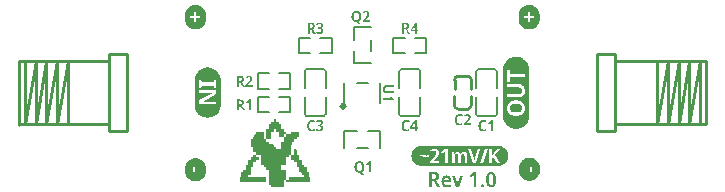
<source format=gto>
G04 Layer: TopSilkscreenLayer*
G04 EasyEDA v6.5.42, 2024-03-17 15:56:58*
G04 633bbcd927b44838993661e05d2ec2ea,9a5be75d700b4a6385dc1106f27949ae,10*
G04 Gerber Generator version 0.2*
G04 Scale: 100 percent, Rotated: No, Reflected: No *
G04 Dimensions in millimeters *
G04 leading zeros omitted , absolute positions ,4 integer and 5 decimal *
%FSLAX45Y45*%
%MOMM*%

%ADD10C,0.1524*%
%ADD11C,0.2540*%
%ADD12C,0.3000*%

%LPD*%
G36*
X586130Y-256032D02*
G01*
X580034Y-256235D01*
X574090Y-256844D01*
X568198Y-257810D01*
X562508Y-259181D01*
X556920Y-260908D01*
X551535Y-262991D01*
X546303Y-265430D01*
X541274Y-268173D01*
X536448Y-271221D01*
X531825Y-274523D01*
X527405Y-278180D01*
X523290Y-282041D01*
X519379Y-286207D01*
X515772Y-290576D01*
X512419Y-295198D01*
X509371Y-300024D01*
X506628Y-305104D01*
X504240Y-310286D01*
X502158Y-315722D01*
X500430Y-321259D01*
X499059Y-326999D01*
X498043Y-332841D01*
X497433Y-338836D01*
X497230Y-344881D01*
X497230Y-368503D01*
X542442Y-368503D01*
X542442Y-351231D01*
X576986Y-351231D01*
X576986Y-319481D01*
X593496Y-319481D01*
X593496Y-351231D01*
X628548Y-351231D01*
X628548Y-368503D01*
X593496Y-368503D01*
X593496Y-400253D01*
X576986Y-400253D01*
X576986Y-368503D01*
X497230Y-368503D01*
X497433Y-381101D01*
X498043Y-387045D01*
X499059Y-392887D01*
X500430Y-398627D01*
X502158Y-404215D01*
X504240Y-409600D01*
X506628Y-414832D01*
X509371Y-419862D01*
X512419Y-424688D01*
X515772Y-429310D01*
X519379Y-433679D01*
X523290Y-437845D01*
X527405Y-441756D01*
X531825Y-445363D01*
X536448Y-448716D01*
X541274Y-451764D01*
X546303Y-454456D01*
X551535Y-456895D01*
X556920Y-458978D01*
X562508Y-460705D01*
X568198Y-462076D01*
X574090Y-463042D01*
X580034Y-463651D01*
X586130Y-463854D01*
X592226Y-463651D01*
X598170Y-463042D01*
X604012Y-462076D01*
X609752Y-460705D01*
X615340Y-458978D01*
X620725Y-456895D01*
X625957Y-454456D01*
X630986Y-451764D01*
X635812Y-448716D01*
X640435Y-445363D01*
X644804Y-441756D01*
X648970Y-437845D01*
X652881Y-433679D01*
X656488Y-429310D01*
X659841Y-424688D01*
X662889Y-419862D01*
X665581Y-414832D01*
X668020Y-409600D01*
X670102Y-404215D01*
X671830Y-398627D01*
X673201Y-392887D01*
X674166Y-387045D01*
X674776Y-381101D01*
X674979Y-375005D01*
X674979Y-344881D01*
X674776Y-338836D01*
X674166Y-332841D01*
X673201Y-326999D01*
X671830Y-321259D01*
X670102Y-315722D01*
X668020Y-310286D01*
X665581Y-305104D01*
X662889Y-300024D01*
X659841Y-295198D01*
X656488Y-290576D01*
X652881Y-286207D01*
X648970Y-282041D01*
X644804Y-278180D01*
X640435Y-274523D01*
X635812Y-271221D01*
X630986Y-268173D01*
X625957Y-265430D01*
X620725Y-262991D01*
X615340Y-260908D01*
X609752Y-259181D01*
X604012Y-257810D01*
X598170Y-256844D01*
X592226Y-256235D01*
G37*
G36*
X3411118Y-256032D02*
G01*
X3405022Y-256235D01*
X3399078Y-256844D01*
X3393186Y-257810D01*
X3387496Y-259181D01*
X3381908Y-260908D01*
X3376523Y-262991D01*
X3371291Y-265430D01*
X3366262Y-268173D01*
X3361436Y-271221D01*
X3356813Y-274523D01*
X3352444Y-278180D01*
X3348278Y-282041D01*
X3344367Y-286207D01*
X3340760Y-290576D01*
X3337407Y-295198D01*
X3334359Y-300024D01*
X3331667Y-305104D01*
X3329228Y-310286D01*
X3327146Y-315722D01*
X3325418Y-321259D01*
X3324047Y-326999D01*
X3323031Y-332841D01*
X3322472Y-338836D01*
X3322218Y-344881D01*
X3322218Y-368503D01*
X3367481Y-368503D01*
X3367481Y-351231D01*
X3401974Y-351231D01*
X3401974Y-319481D01*
X3418535Y-319481D01*
X3418535Y-351231D01*
X3453536Y-351231D01*
X3453536Y-368503D01*
X3418535Y-368503D01*
X3418535Y-400253D01*
X3401974Y-400253D01*
X3401974Y-368503D01*
X3322218Y-368503D01*
X3322218Y-375005D01*
X3322472Y-381101D01*
X3323031Y-387045D01*
X3324047Y-392887D01*
X3325418Y-398627D01*
X3327146Y-404215D01*
X3329228Y-409600D01*
X3331667Y-414832D01*
X3334359Y-419862D01*
X3337407Y-424688D01*
X3340760Y-429310D01*
X3344367Y-433679D01*
X3348278Y-437845D01*
X3352444Y-441756D01*
X3356813Y-445363D01*
X3361436Y-448716D01*
X3366262Y-451764D01*
X3371291Y-454456D01*
X3376523Y-456895D01*
X3381908Y-458978D01*
X3387496Y-460705D01*
X3393186Y-462076D01*
X3399078Y-463042D01*
X3405022Y-463651D01*
X3411118Y-463854D01*
X3417214Y-463651D01*
X3423158Y-463042D01*
X3429050Y-462076D01*
X3434740Y-460705D01*
X3440328Y-458978D01*
X3445713Y-456895D01*
X3450945Y-454456D01*
X3455974Y-451764D01*
X3460800Y-448716D01*
X3465423Y-445363D01*
X3469792Y-441756D01*
X3473958Y-437845D01*
X3477869Y-433679D01*
X3481476Y-429310D01*
X3484829Y-424688D01*
X3487877Y-419862D01*
X3490569Y-414832D01*
X3493008Y-409600D01*
X3495090Y-404215D01*
X3496818Y-398627D01*
X3498189Y-392887D01*
X3499205Y-387045D01*
X3499764Y-381101D01*
X3500018Y-375005D01*
X3500018Y-344881D01*
X3499764Y-338836D01*
X3499205Y-332841D01*
X3498189Y-326999D01*
X3496818Y-321259D01*
X3495090Y-315722D01*
X3493008Y-310286D01*
X3490569Y-305104D01*
X3487877Y-300024D01*
X3484829Y-295198D01*
X3481476Y-290576D01*
X3477869Y-286207D01*
X3473958Y-282041D01*
X3469792Y-278180D01*
X3465423Y-274523D01*
X3460800Y-271221D01*
X3455974Y-268173D01*
X3450945Y-265430D01*
X3445713Y-262991D01*
X3440328Y-260908D01*
X3434740Y-259181D01*
X3429050Y-257810D01*
X3423158Y-256844D01*
X3417214Y-256235D01*
G37*
G36*
X3413506Y-1549501D02*
G01*
X3407410Y-1549704D01*
X3401466Y-1550314D01*
X3395624Y-1551279D01*
X3389884Y-1552651D01*
X3384346Y-1554378D01*
X3378911Y-1556461D01*
X3373678Y-1558899D01*
X3368649Y-1561642D01*
X3363823Y-1564640D01*
X3359200Y-1567992D01*
X3354832Y-1571599D01*
X3350666Y-1575511D01*
X3346805Y-1579676D01*
X3343148Y-1584045D01*
X3339846Y-1588668D01*
X3336798Y-1593494D01*
X3334054Y-1598523D01*
X3331616Y-1603756D01*
X3329533Y-1609191D01*
X3327806Y-1614728D01*
X3326434Y-1620469D01*
X3325570Y-1625701D01*
X3438651Y-1625701D01*
X3438651Y-1669135D01*
X3419856Y-1669135D01*
X3419856Y-1625701D01*
X3325570Y-1625701D01*
X3324860Y-1632254D01*
X3324656Y-1638350D01*
X3324656Y-1656334D01*
X3324860Y-1662430D01*
X3325469Y-1668424D01*
X3326434Y-1674266D01*
X3327806Y-1679956D01*
X3329533Y-1685543D01*
X3331616Y-1690928D01*
X3334054Y-1696161D01*
X3336798Y-1701190D01*
X3339846Y-1706016D01*
X3343148Y-1710639D01*
X3346805Y-1715058D01*
X3350666Y-1719173D01*
X3354832Y-1723085D01*
X3359200Y-1726692D01*
X3363823Y-1730044D01*
X3368649Y-1733092D01*
X3373678Y-1735836D01*
X3378911Y-1738223D01*
X3384346Y-1740306D01*
X3389884Y-1742033D01*
X3395624Y-1743405D01*
X3401466Y-1744421D01*
X3407410Y-1745030D01*
X3413506Y-1745234D01*
X3419601Y-1745030D01*
X3425596Y-1744421D01*
X3431438Y-1743405D01*
X3437128Y-1742033D01*
X3442715Y-1740306D01*
X3448100Y-1738223D01*
X3453333Y-1735836D01*
X3458362Y-1733092D01*
X3463188Y-1730044D01*
X3467811Y-1726692D01*
X3472230Y-1723085D01*
X3476345Y-1719173D01*
X3480257Y-1715058D01*
X3483864Y-1710639D01*
X3487216Y-1706016D01*
X3490264Y-1701190D01*
X3493008Y-1696161D01*
X3495395Y-1690928D01*
X3497478Y-1685543D01*
X3499205Y-1679956D01*
X3500577Y-1674266D01*
X3501593Y-1668424D01*
X3502202Y-1662430D01*
X3502406Y-1656334D01*
X3502406Y-1638350D01*
X3502202Y-1632254D01*
X3501593Y-1626311D01*
X3500577Y-1620469D01*
X3499205Y-1614728D01*
X3497478Y-1609191D01*
X3495395Y-1603756D01*
X3493008Y-1598523D01*
X3490264Y-1593494D01*
X3487216Y-1588668D01*
X3483864Y-1584045D01*
X3480257Y-1579676D01*
X3476345Y-1575511D01*
X3472230Y-1571599D01*
X3467811Y-1567992D01*
X3463188Y-1564640D01*
X3458362Y-1561642D01*
X3453333Y-1558899D01*
X3448100Y-1556461D01*
X3442715Y-1554378D01*
X3437128Y-1552651D01*
X3431438Y-1551279D01*
X3425596Y-1550314D01*
X3419601Y-1549704D01*
G37*
G36*
X586130Y-1554276D02*
G01*
X580034Y-1554480D01*
X574040Y-1555089D01*
X568198Y-1556054D01*
X562508Y-1557426D01*
X556920Y-1559153D01*
X551535Y-1561236D01*
X546303Y-1563674D01*
X541274Y-1566418D01*
X536448Y-1569466D01*
X531825Y-1572768D01*
X527405Y-1576425D01*
X523290Y-1580286D01*
X519379Y-1584452D01*
X515772Y-1588820D01*
X512419Y-1593443D01*
X509371Y-1598269D01*
X506628Y-1603298D01*
X504240Y-1608531D01*
X502158Y-1613966D01*
X500430Y-1619504D01*
X499059Y-1625244D01*
X498166Y-1630375D01*
X579780Y-1630375D01*
X579780Y-1673809D01*
X560984Y-1673809D01*
X560984Y-1630375D01*
X498166Y-1630375D01*
X497433Y-1637080D01*
X497230Y-1643125D01*
X497230Y-1661109D01*
X497433Y-1667205D01*
X498043Y-1673199D01*
X499059Y-1679041D01*
X500430Y-1684731D01*
X502158Y-1690319D01*
X504240Y-1695704D01*
X506628Y-1700936D01*
X509371Y-1705965D01*
X512419Y-1710791D01*
X515772Y-1715414D01*
X519379Y-1719834D01*
X523290Y-1723948D01*
X527405Y-1727860D01*
X531825Y-1731467D01*
X536448Y-1734820D01*
X541274Y-1737868D01*
X546303Y-1740611D01*
X551535Y-1742998D01*
X556920Y-1745081D01*
X562508Y-1746808D01*
X568198Y-1748180D01*
X574040Y-1749196D01*
X580034Y-1749806D01*
X586130Y-1750009D01*
X592226Y-1749806D01*
X598170Y-1749196D01*
X604012Y-1748180D01*
X609752Y-1746808D01*
X615340Y-1745081D01*
X620725Y-1742998D01*
X625957Y-1740611D01*
X630986Y-1737868D01*
X635812Y-1734820D01*
X640435Y-1731467D01*
X644804Y-1727860D01*
X648970Y-1723948D01*
X652881Y-1719834D01*
X656488Y-1715414D01*
X659841Y-1710791D01*
X662889Y-1705965D01*
X665581Y-1700936D01*
X668020Y-1695704D01*
X670102Y-1690319D01*
X671830Y-1684731D01*
X673201Y-1679041D01*
X674166Y-1673199D01*
X674776Y-1667205D01*
X674979Y-1661109D01*
X674979Y-1643125D01*
X674776Y-1637080D01*
X674166Y-1631086D01*
X673201Y-1625244D01*
X671830Y-1619504D01*
X670102Y-1613966D01*
X668020Y-1608531D01*
X665581Y-1603298D01*
X662889Y-1598269D01*
X659841Y-1593443D01*
X656488Y-1588820D01*
X652881Y-1584452D01*
X648970Y-1580286D01*
X644804Y-1576425D01*
X640435Y-1572768D01*
X635812Y-1569466D01*
X630986Y-1566418D01*
X625957Y-1563674D01*
X620725Y-1561236D01*
X615340Y-1559153D01*
X609752Y-1557426D01*
X604012Y-1556054D01*
X598170Y-1555089D01*
X592226Y-1554480D01*
G37*
G36*
X689356Y-785977D02*
G01*
X683666Y-786079D01*
X678027Y-786536D01*
X672490Y-787247D01*
X667054Y-788212D01*
X661720Y-789432D01*
X656437Y-790905D01*
X646277Y-794664D01*
X641400Y-796848D01*
X636625Y-799287D01*
X627481Y-804824D01*
X618998Y-811225D01*
X611124Y-818337D01*
X603961Y-826211D01*
X597611Y-834745D01*
X594715Y-839216D01*
X589635Y-848614D01*
X587400Y-853541D01*
X585419Y-858570D01*
X583692Y-863701D01*
X580948Y-874318D01*
X579983Y-879754D01*
X579272Y-885291D01*
X578866Y-890879D01*
X578714Y-896518D01*
X631545Y-896518D01*
X638149Y-913231D01*
X740257Y-913231D01*
X747115Y-896518D01*
X761847Y-896518D01*
X761847Y-956970D01*
X747115Y-956970D01*
X740257Y-940460D01*
X638149Y-940460D01*
X631545Y-956970D01*
X616813Y-956970D01*
X616813Y-896518D01*
X578713Y-896569D01*
X578713Y-980795D01*
X761847Y-980795D01*
X761847Y-1015136D01*
X648817Y-1076045D01*
X648817Y-1076807D01*
X685749Y-1075334D01*
X761847Y-1075334D01*
X761847Y-1099921D01*
X616813Y-1099921D01*
X616813Y-1065631D01*
X730605Y-1004468D01*
X730605Y-1003655D01*
X703173Y-1005078D01*
X616813Y-1005179D01*
X616813Y-980795D01*
X578713Y-980795D01*
X578713Y-1099972D01*
X578866Y-1105712D01*
X579272Y-1111300D01*
X579983Y-1116838D01*
X580948Y-1122273D01*
X583692Y-1132890D01*
X585419Y-1138021D01*
X587400Y-1143050D01*
X592074Y-1152753D01*
X594715Y-1157376D01*
X600710Y-1166215D01*
X603961Y-1170381D01*
X611124Y-1178255D01*
X618998Y-1185367D01*
X627481Y-1191768D01*
X636625Y-1197305D01*
X641400Y-1199743D01*
X651306Y-1203909D01*
X656437Y-1205687D01*
X661720Y-1207160D01*
X667054Y-1208379D01*
X672490Y-1209344D01*
X678027Y-1210056D01*
X683666Y-1210513D01*
X689356Y-1210665D01*
X695045Y-1210513D01*
X700684Y-1210056D01*
X706221Y-1209344D01*
X711657Y-1208379D01*
X716991Y-1207160D01*
X722274Y-1205687D01*
X732434Y-1201928D01*
X737311Y-1199743D01*
X742086Y-1197305D01*
X751230Y-1191768D01*
X759714Y-1185367D01*
X767588Y-1178255D01*
X774750Y-1170381D01*
X781100Y-1161846D01*
X783996Y-1157376D01*
X789076Y-1147978D01*
X791311Y-1143050D01*
X793292Y-1138021D01*
X795020Y-1132890D01*
X797763Y-1122273D01*
X798728Y-1116838D01*
X799439Y-1111300D01*
X799846Y-1105712D01*
X799998Y-1099972D01*
X799998Y-896569D01*
X799846Y-890879D01*
X799439Y-885291D01*
X798728Y-879754D01*
X797763Y-874318D01*
X795020Y-863701D01*
X793292Y-858570D01*
X791311Y-853541D01*
X786638Y-843838D01*
X783996Y-839216D01*
X778002Y-830376D01*
X774750Y-826211D01*
X767588Y-818337D01*
X759714Y-811225D01*
X751230Y-804824D01*
X742086Y-799287D01*
X737311Y-796848D01*
X727405Y-792683D01*
X722274Y-790905D01*
X716991Y-789432D01*
X711657Y-788212D01*
X706221Y-787247D01*
X700684Y-786536D01*
X695045Y-786079D01*
G37*
G36*
X3300018Y-694588D02*
G01*
X3294329Y-694740D01*
X3288690Y-695147D01*
X3283153Y-695858D01*
X3277717Y-696823D01*
X3267100Y-699566D01*
X3261969Y-701294D01*
X3256940Y-703275D01*
X3247237Y-707948D01*
X3242614Y-710590D01*
X3233775Y-716584D01*
X3229610Y-719836D01*
X3221786Y-726998D01*
X3218078Y-730859D01*
X3211322Y-739038D01*
X3205378Y-747877D01*
X3202686Y-752500D01*
X3200247Y-757275D01*
X3196082Y-767181D01*
X3192830Y-777595D01*
X3191611Y-782929D01*
X3190646Y-788365D01*
X3189935Y-793902D01*
X3189478Y-799541D01*
X3189376Y-805230D01*
X3249371Y-805230D01*
X3249371Y-842822D01*
X3372561Y-842822D01*
X3372561Y-870254D01*
X3249371Y-870254D01*
X3249371Y-908100D01*
X3227527Y-908100D01*
X3227527Y-805230D01*
X3189376Y-805230D01*
X3189376Y-927404D01*
X3321253Y-927404D01*
X3328670Y-927811D01*
X3335629Y-928928D01*
X3342233Y-930808D01*
X3348431Y-933500D01*
X3354171Y-937056D01*
X3359251Y-941374D01*
X3363722Y-946454D01*
X3367481Y-952296D01*
X3370579Y-958900D01*
X3372815Y-966317D01*
X3374136Y-974547D01*
X3374593Y-983538D01*
X3374339Y-990092D01*
X3373628Y-996187D01*
X3372510Y-1001928D01*
X3370884Y-1007211D01*
X3368801Y-1012139D01*
X3366262Y-1016660D01*
X3363315Y-1020724D01*
X3359861Y-1024432D01*
X3356000Y-1027684D01*
X3351885Y-1030528D01*
X3347465Y-1032967D01*
X3342741Y-1034897D01*
X3337763Y-1036421D01*
X3332479Y-1037539D01*
X3326841Y-1038199D01*
X3320999Y-1038402D01*
X3227527Y-1038402D01*
X3227527Y-1011224D01*
X3318205Y-1011224D01*
X3326485Y-1010767D01*
X3333546Y-1009446D01*
X3339439Y-1007211D01*
X3344113Y-1004112D01*
X3347770Y-999998D01*
X3350361Y-995121D01*
X3351936Y-989330D01*
X3352495Y-982776D01*
X3352241Y-978052D01*
X3351529Y-973836D01*
X3350310Y-970076D01*
X3348685Y-966774D01*
X3346399Y-963930D01*
X3343706Y-961440D01*
X3340557Y-959358D01*
X3337001Y-957630D01*
X3332835Y-956411D01*
X3328365Y-955548D01*
X3323437Y-954989D01*
X3318205Y-954836D01*
X3227527Y-954836D01*
X3227527Y-927404D01*
X3189376Y-927404D01*
X3189376Y-1129842D01*
X3225241Y-1129842D01*
X3225342Y-1124458D01*
X3225800Y-1119276D01*
X3226511Y-1114399D01*
X3227527Y-1109726D01*
X3228797Y-1105306D01*
X3230372Y-1101140D01*
X3232200Y-1097178D01*
X3234385Y-1093520D01*
X3239516Y-1086866D01*
X3245612Y-1081125D01*
X3252622Y-1076350D01*
X3260547Y-1072438D01*
X3264814Y-1070762D01*
X3273907Y-1068120D01*
X3278733Y-1067104D01*
X3288944Y-1065784D01*
X3294329Y-1065428D01*
X3299917Y-1065326D01*
X3308096Y-1065580D01*
X3315919Y-1066342D01*
X3323336Y-1067612D01*
X3330397Y-1069390D01*
X3337001Y-1071524D01*
X3343148Y-1074216D01*
X3348786Y-1077366D01*
X3354019Y-1081074D01*
X3358642Y-1085392D01*
X3362756Y-1090218D01*
X3366262Y-1095552D01*
X3369259Y-1101394D01*
X3371596Y-1107744D01*
X3373221Y-1114602D01*
X3374237Y-1121968D01*
X3374593Y-1129842D01*
X3374237Y-1137920D01*
X3373221Y-1145489D01*
X3371596Y-1152398D01*
X3369259Y-1158798D01*
X3366262Y-1164640D01*
X3362756Y-1169924D01*
X3358642Y-1174648D01*
X3354019Y-1178864D01*
X3348786Y-1182573D01*
X3343148Y-1185773D01*
X3337001Y-1188516D01*
X3330397Y-1190802D01*
X3323234Y-1192580D01*
X3315715Y-1193850D01*
X3307842Y-1194612D01*
X3299663Y-1194866D01*
X3294075Y-1194765D01*
X3283508Y-1193850D01*
X3278479Y-1193088D01*
X3269030Y-1190853D01*
X3264560Y-1189431D01*
X3260293Y-1187754D01*
X3252470Y-1183741D01*
X3245561Y-1178864D01*
X3239516Y-1173073D01*
X3234385Y-1166418D01*
X3232200Y-1162659D01*
X3230372Y-1158697D01*
X3228797Y-1154480D01*
X3227527Y-1150061D01*
X3226511Y-1145336D01*
X3225800Y-1140409D01*
X3225342Y-1135227D01*
X3225241Y-1129842D01*
X3189376Y-1129842D01*
X3189478Y-1200454D01*
X3189935Y-1206093D01*
X3190646Y-1211630D01*
X3191611Y-1217066D01*
X3192830Y-1222400D01*
X3196082Y-1232814D01*
X3200247Y-1242720D01*
X3202686Y-1247495D01*
X3208274Y-1256639D01*
X3211322Y-1260957D01*
X3218078Y-1269136D01*
X3225596Y-1276654D01*
X3229610Y-1280160D01*
X3238144Y-1286510D01*
X3242614Y-1289405D01*
X3252012Y-1294485D01*
X3256940Y-1296720D01*
X3261969Y-1298702D01*
X3267100Y-1300429D01*
X3277717Y-1303172D01*
X3283153Y-1304137D01*
X3288690Y-1304848D01*
X3294329Y-1305255D01*
X3300018Y-1305407D01*
X3305708Y-1305255D01*
X3311296Y-1304848D01*
X3316833Y-1304137D01*
X3322320Y-1303172D01*
X3332886Y-1300429D01*
X3338017Y-1298702D01*
X3343046Y-1296720D01*
X3352749Y-1292047D01*
X3357372Y-1289405D01*
X3366211Y-1283411D01*
X3370376Y-1280160D01*
X3378250Y-1272997D01*
X3385362Y-1265123D01*
X3391763Y-1256639D01*
X3397300Y-1247495D01*
X3399739Y-1242720D01*
X3403904Y-1232814D01*
X3405682Y-1227683D01*
X3407156Y-1222400D01*
X3409391Y-1211630D01*
X3410508Y-1200454D01*
X3410661Y-1194765D01*
X3410661Y-805230D01*
X3410508Y-799541D01*
X3409391Y-788365D01*
X3407156Y-777595D01*
X3405682Y-772312D01*
X3401923Y-762152D01*
X3399739Y-757275D01*
X3397300Y-752500D01*
X3391763Y-743356D01*
X3385362Y-734872D01*
X3378250Y-726998D01*
X3370376Y-719836D01*
X3361842Y-713486D01*
X3357372Y-710590D01*
X3347974Y-705510D01*
X3343046Y-703275D01*
X3338017Y-701294D01*
X3332886Y-699566D01*
X3322320Y-696823D01*
X3316833Y-695858D01*
X3311296Y-695147D01*
X3305708Y-694740D01*
G37*
G36*
X3299917Y-1094282D02*
G01*
X3288233Y-1094790D01*
X3277920Y-1096314D01*
X3273247Y-1097483D01*
X3268929Y-1098854D01*
X3264966Y-1100531D01*
X3261309Y-1102410D01*
X3255060Y-1107287D01*
X3250641Y-1113485D01*
X3247948Y-1121003D01*
X3247085Y-1129842D01*
X3247440Y-1135888D01*
X3248660Y-1141374D01*
X3250641Y-1146302D01*
X3253435Y-1150670D01*
X3256940Y-1154379D01*
X3261106Y-1157528D01*
X3265932Y-1160221D01*
X3271469Y-1162354D01*
X3277717Y-1163929D01*
X3284524Y-1164996D01*
X3291941Y-1165707D01*
X3299917Y-1165910D01*
X3307740Y-1165707D01*
X3315055Y-1164996D01*
X3321862Y-1163929D01*
X3328111Y-1162354D01*
X3333597Y-1160221D01*
X3338423Y-1157528D01*
X3342640Y-1154379D01*
X3346145Y-1150670D01*
X3348888Y-1146302D01*
X3350869Y-1141374D01*
X3352088Y-1135888D01*
X3352495Y-1129842D01*
X3352088Y-1123899D01*
X3350869Y-1118514D01*
X3348888Y-1113739D01*
X3346145Y-1109522D01*
X3342640Y-1105763D01*
X3338423Y-1102563D01*
X3333597Y-1099921D01*
X3328111Y-1097838D01*
X3321862Y-1096264D01*
X3315055Y-1095197D01*
X3307740Y-1094486D01*
G37*
G36*
X2498801Y-1449984D02*
G01*
X2493060Y-1450187D01*
X2487371Y-1450746D01*
X2481834Y-1451711D01*
X2476398Y-1453032D01*
X2471115Y-1454658D01*
X2465984Y-1456639D01*
X2461006Y-1458925D01*
X2456230Y-1461516D01*
X2451658Y-1464411D01*
X2447290Y-1467561D01*
X2443124Y-1471015D01*
X2439162Y-1474724D01*
X2435504Y-1478635D01*
X2432050Y-1482801D01*
X2427500Y-1489405D01*
X2573985Y-1489405D01*
X2578963Y-1485239D01*
X2584145Y-1481531D01*
X2589936Y-1478330D01*
X2596591Y-1475943D01*
X2600198Y-1474927D01*
X2604109Y-1474216D01*
X2608326Y-1473809D01*
X2612847Y-1473657D01*
X2618028Y-1473911D01*
X2622804Y-1474673D01*
X2627274Y-1475943D01*
X2631389Y-1477721D01*
X2635097Y-1479956D01*
X2638348Y-1482547D01*
X2641092Y-1485493D01*
X2643327Y-1488897D01*
X2645206Y-1492605D01*
X2646578Y-1496568D01*
X2647391Y-1500835D01*
X2647546Y-1503629D01*
X2667203Y-1503629D01*
X2701493Y-1475435D01*
X2920949Y-1475435D01*
X2943047Y-1553006D01*
X2946603Y-1567180D01*
X2947619Y-1573479D01*
X2949143Y-1564843D01*
X2953461Y-1547571D01*
X2974035Y-1475435D01*
X2997657Y-1475435D01*
X2959811Y-1593291D01*
X2998927Y-1593291D01*
X3040075Y-1475435D01*
X3096971Y-1475435D01*
X3096971Y-1530807D01*
X3109671Y-1513789D01*
X3137357Y-1475435D01*
X3162249Y-1475435D01*
X3123133Y-1527251D01*
X3162757Y-1593291D01*
X3137357Y-1593291D01*
X3107131Y-1541221D01*
X3096971Y-1549857D01*
X3096971Y-1593291D01*
X3074873Y-1593291D01*
X3074873Y-1475435D01*
X3060141Y-1475435D01*
X3018993Y-1593291D01*
X2935173Y-1593291D01*
X2897327Y-1475435D01*
X2720289Y-1475435D01*
X2720289Y-1593291D01*
X2758643Y-1593291D01*
X2758643Y-1503883D01*
X2775407Y-1503883D01*
X2778455Y-1515567D01*
X2779471Y-1515567D01*
X2782366Y-1511350D01*
X2785821Y-1507947D01*
X2789834Y-1505305D01*
X2791968Y-1504340D01*
X2796641Y-1502968D01*
X2801721Y-1502206D01*
X2804363Y-1502105D01*
X2808884Y-1502308D01*
X2812999Y-1502968D01*
X2816758Y-1504086D01*
X2820111Y-1505661D01*
X2823108Y-1507540D01*
X2825800Y-1509928D01*
X2828086Y-1512722D01*
X2830017Y-1516075D01*
X2831287Y-1516075D01*
X2833522Y-1512620D01*
X2836062Y-1509725D01*
X2838958Y-1507286D01*
X2842209Y-1505407D01*
X2845714Y-1503934D01*
X2849270Y-1502918D01*
X2852928Y-1502308D01*
X2856687Y-1502105D01*
X2863494Y-1502562D01*
X2869387Y-1504035D01*
X2874416Y-1506524D01*
X2878531Y-1509979D01*
X2881782Y-1514398D01*
X2884068Y-1520088D01*
X2885440Y-1526946D01*
X2885897Y-1535125D01*
X2885897Y-1593291D01*
X2864307Y-1593291D01*
X2864307Y-1538935D01*
X2864104Y-1534261D01*
X2863494Y-1530197D01*
X2862478Y-1526794D01*
X2861005Y-1523949D01*
X2859125Y-1521714D01*
X2856788Y-1520139D01*
X2853944Y-1519174D01*
X2850591Y-1518869D01*
X2846222Y-1519275D01*
X2842514Y-1520647D01*
X2839516Y-1522831D01*
X2837129Y-1525981D01*
X2835351Y-1529943D01*
X2834081Y-1534718D01*
X2833319Y-1540357D01*
X2833065Y-1546809D01*
X2833065Y-1593291D01*
X2811475Y-1593291D01*
X2811373Y-1535785D01*
X2811119Y-1532890D01*
X2809951Y-1528013D01*
X2808071Y-1524000D01*
X2806801Y-1522425D01*
X2805379Y-1521155D01*
X2803855Y-1520139D01*
X2802077Y-1519428D01*
X2800045Y-1519021D01*
X2797759Y-1518869D01*
X2794660Y-1519072D01*
X2791866Y-1519732D01*
X2789428Y-1520850D01*
X2787345Y-1522425D01*
X2785618Y-1524406D01*
X2784094Y-1526794D01*
X2782925Y-1529588D01*
X2782011Y-1532839D01*
X2781350Y-1536446D01*
X2780588Y-1544828D01*
X2780487Y-1593291D01*
X2698445Y-1593291D01*
X2698546Y-1510436D01*
X2698953Y-1497533D01*
X2693009Y-1503832D01*
X2678379Y-1516583D01*
X2667203Y-1503629D01*
X2647546Y-1503629D01*
X2647543Y-1509014D01*
X2646527Y-1515719D01*
X2644495Y-1521866D01*
X2643174Y-1524914D01*
X2639771Y-1530807D01*
X2635351Y-1536903D01*
X2624429Y-1549603D01*
X2601925Y-1574241D01*
X2601925Y-1575257D01*
X2650947Y-1575257D01*
X2650947Y-1593291D01*
X2574239Y-1593291D01*
X2574239Y-1578051D01*
X2606192Y-1543151D01*
X2612898Y-1535430D01*
X2618028Y-1528826D01*
X2621838Y-1522730D01*
X2623261Y-1519885D01*
X2624277Y-1516989D01*
X2624988Y-1514043D01*
X2625394Y-1510893D01*
X2625547Y-1507693D01*
X2625293Y-1503883D01*
X2624531Y-1500581D01*
X2623261Y-1497787D01*
X2621483Y-1495501D01*
X2619298Y-1493723D01*
X2616809Y-1492453D01*
X2613964Y-1491691D01*
X2610815Y-1491437D01*
X2607564Y-1491640D01*
X2604414Y-1492199D01*
X2601366Y-1493113D01*
X2598369Y-1494485D01*
X2592425Y-1498142D01*
X2586177Y-1503121D01*
X2573985Y-1489405D01*
X2427500Y-1489405D01*
X2423414Y-1496568D01*
X2421077Y-1501495D01*
X2419146Y-1506626D01*
X2417470Y-1511909D01*
X2416200Y-1517345D01*
X2415235Y-1522882D01*
X2414676Y-1528572D01*
X2414473Y-1534363D01*
X2414676Y-1540103D01*
X2415589Y-1547825D01*
X2486101Y-1547825D01*
X2486101Y-1531315D01*
X2488082Y-1529283D01*
X2490165Y-1527505D01*
X2492400Y-1525981D01*
X2494737Y-1524711D01*
X2497226Y-1523695D01*
X2499817Y-1522984D01*
X2502560Y-1522577D01*
X2507691Y-1522476D01*
X2512263Y-1522984D01*
X2517038Y-1524101D01*
X2522982Y-1526235D01*
X2529179Y-1528927D01*
X2536139Y-1531315D01*
X2540050Y-1531874D01*
X2543505Y-1532077D01*
X2545689Y-1531874D01*
X2547975Y-1531366D01*
X2550261Y-1530502D01*
X2555036Y-1527810D01*
X2559354Y-1524355D01*
X2561285Y-1522425D01*
X2561285Y-1538681D01*
X2559354Y-1540713D01*
X2555036Y-1544015D01*
X2550109Y-1546402D01*
X2547467Y-1547164D01*
X2544775Y-1547672D01*
X2539695Y-1547774D01*
X2535123Y-1547266D01*
X2530398Y-1546148D01*
X2524404Y-1543964D01*
X2518206Y-1541221D01*
X2513380Y-1539443D01*
X2509367Y-1538478D01*
X2505710Y-1537970D01*
X2501696Y-1538071D01*
X2499461Y-1538630D01*
X2497124Y-1539494D01*
X2492400Y-1542186D01*
X2488082Y-1545742D01*
X2486101Y-1547825D01*
X2415589Y-1547825D01*
X2417470Y-1556766D01*
X2419146Y-1562049D01*
X2421077Y-1567180D01*
X2423414Y-1572107D01*
X2426004Y-1576882D01*
X2428900Y-1581505D01*
X2432050Y-1585874D01*
X2435504Y-1590040D01*
X2439162Y-1593951D01*
X2443124Y-1597660D01*
X2447290Y-1601114D01*
X2451658Y-1604264D01*
X2456230Y-1607159D01*
X2461006Y-1609750D01*
X2465984Y-1612036D01*
X2471115Y-1614017D01*
X2476398Y-1615643D01*
X2481834Y-1616964D01*
X2487371Y-1617929D01*
X2493060Y-1618488D01*
X2498801Y-1618691D01*
X3150006Y-1618691D01*
X3155746Y-1618488D01*
X3161436Y-1617929D01*
X3166973Y-1616964D01*
X3172409Y-1615643D01*
X3177692Y-1614017D01*
X3182823Y-1612036D01*
X3187801Y-1609750D01*
X3192576Y-1607159D01*
X3197148Y-1604264D01*
X3201517Y-1601114D01*
X3205683Y-1597660D01*
X3209645Y-1593951D01*
X3213303Y-1590040D01*
X3216757Y-1585874D01*
X3219907Y-1581505D01*
X3222802Y-1576882D01*
X3225393Y-1572107D01*
X3227730Y-1567180D01*
X3229660Y-1562049D01*
X3231337Y-1556766D01*
X3232607Y-1551330D01*
X3233572Y-1545793D01*
X3234131Y-1540103D01*
X3234334Y-1534363D01*
X3234131Y-1528572D01*
X3233572Y-1522882D01*
X3232607Y-1517345D01*
X3231337Y-1511909D01*
X3229660Y-1506626D01*
X3227730Y-1501495D01*
X3225393Y-1496568D01*
X3222802Y-1491792D01*
X3219907Y-1487170D01*
X3216757Y-1482801D01*
X3213303Y-1478635D01*
X3209645Y-1474724D01*
X3205683Y-1471015D01*
X3201517Y-1467561D01*
X3197148Y-1464411D01*
X3192576Y-1461516D01*
X3187801Y-1458925D01*
X3182823Y-1456639D01*
X3177692Y-1454658D01*
X3172409Y-1453032D01*
X3166973Y-1451711D01*
X3161436Y-1450746D01*
X3155746Y-1450187D01*
X3150006Y-1449984D01*
G37*
G36*
X1251204Y-1223822D02*
G01*
X1248816Y-1226210D01*
X1248816Y-1242822D01*
X1246428Y-1245209D01*
X1229766Y-1245209D01*
X1227378Y-1247648D01*
X1227378Y-1264259D01*
X1224991Y-1266647D01*
X1208328Y-1266647D01*
X1205941Y-1269034D01*
X1205941Y-1307134D01*
X1203553Y-1309522D01*
X1186891Y-1309522D01*
X1184503Y-1311910D01*
X1184503Y-1395222D01*
X1165504Y-1395222D01*
X1163066Y-1392834D01*
X1163066Y-1333347D01*
X1160678Y-1330960D01*
X1101191Y-1330960D01*
X1098804Y-1333347D01*
X1098804Y-1350162D01*
X1096568Y-1354074D01*
X1079550Y-1354582D01*
X1079042Y-1371600D01*
X1077366Y-1375867D01*
X1077366Y-1392834D01*
X1074978Y-1395222D01*
X1058316Y-1395222D01*
X1055928Y-1397609D01*
X1055928Y-1414272D01*
X1184503Y-1414272D01*
X1184503Y-1395222D01*
X1224991Y-1395222D01*
X1227378Y-1392834D01*
X1227378Y-1333347D01*
X1229766Y-1330960D01*
X1246428Y-1330960D01*
X1248816Y-1328572D01*
X1248816Y-1311910D01*
X1251204Y-1309522D01*
X1267815Y-1309522D01*
X1270254Y-1311910D01*
X1270254Y-1328572D01*
X1272641Y-1330960D01*
X1289253Y-1330960D01*
X1291640Y-1333347D01*
X1291640Y-1371396D01*
X1294028Y-1373784D01*
X1334516Y-1373784D01*
X1334516Y-1354785D01*
X1336903Y-1352397D01*
X1355953Y-1352397D01*
X1355953Y-1371396D01*
X1353566Y-1373784D01*
X1334516Y-1373784D01*
X1334516Y-1414272D01*
X1332128Y-1416659D01*
X1315466Y-1416659D01*
X1313078Y-1419047D01*
X1313078Y-1478534D01*
X1310690Y-1480921D01*
X1272641Y-1480921D01*
X1270254Y-1478534D01*
X1270254Y-1461922D01*
X1267815Y-1459534D01*
X1251204Y-1459534D01*
X1248816Y-1457147D01*
X1248816Y-1440484D01*
X1246428Y-1438097D01*
X1208328Y-1438097D01*
X1205941Y-1435709D01*
X1205941Y-1419047D01*
X1203553Y-1416659D01*
X1186891Y-1416659D01*
X1184503Y-1414272D01*
X1055928Y-1414272D01*
X1055928Y-1457147D01*
X1058316Y-1459534D01*
X1074978Y-1459534D01*
X1077366Y-1461922D01*
X1077366Y-1499971D01*
X1079754Y-1502359D01*
X1096416Y-1502359D01*
X1098804Y-1504746D01*
X1098804Y-1523796D01*
X1079754Y-1523796D01*
X1077366Y-1526184D01*
X1077366Y-1542846D01*
X1074978Y-1545234D01*
X1058316Y-1545234D01*
X1055928Y-1547622D01*
X1055928Y-1564284D01*
X1053541Y-1566672D01*
X1036929Y-1566672D01*
X1034491Y-1569059D01*
X1034491Y-1607108D01*
X1032103Y-1609496D01*
X1015492Y-1609496D01*
X1013104Y-1611884D01*
X1013104Y-1649984D01*
X1010716Y-1652371D01*
X994054Y-1652371D01*
X991666Y-1654759D01*
X991666Y-1671421D01*
X989279Y-1673809D01*
X972616Y-1673809D01*
X970229Y-1676196D01*
X970229Y-1714246D01*
X967841Y-1716684D01*
X961898Y-1716684D01*
X959510Y-1719072D01*
X959510Y-1757121D01*
X961898Y-1759508D01*
X1182116Y-1759508D01*
X1184503Y-1757121D01*
X1184503Y-1719072D01*
X1182116Y-1716684D01*
X1036929Y-1716684D01*
X1034491Y-1714246D01*
X1034491Y-1697634D01*
X1036929Y-1695246D01*
X1053541Y-1695246D01*
X1055928Y-1692859D01*
X1055928Y-1633321D01*
X1058316Y-1630933D01*
X1074978Y-1630933D01*
X1077366Y-1628546D01*
X1077366Y-1590497D01*
X1079754Y-1588109D01*
X1096416Y-1588109D01*
X1098804Y-1585722D01*
X1098804Y-1569059D01*
X1101191Y-1566672D01*
X1117854Y-1566672D01*
X1120241Y-1564284D01*
X1120241Y-1547622D01*
X1117854Y-1545234D01*
X1101191Y-1545234D01*
X1098804Y-1542846D01*
X1098804Y-1523796D01*
X1139291Y-1523796D01*
X1141679Y-1526184D01*
X1141679Y-1607108D01*
X1144066Y-1609496D01*
X1160678Y-1609496D01*
X1163066Y-1611884D01*
X1163066Y-1628546D01*
X1165504Y-1630933D01*
X1182116Y-1630933D01*
X1184503Y-1633321D01*
X1184503Y-1649984D01*
X1313078Y-1649984D01*
X1313078Y-1611884D01*
X1315466Y-1609496D01*
X1353566Y-1609496D01*
X1355953Y-1607108D01*
X1355953Y-1547622D01*
X1358341Y-1545234D01*
X1375003Y-1545234D01*
X1377391Y-1542846D01*
X1377391Y-1526184D01*
X1379778Y-1523796D01*
X1398778Y-1523796D01*
X1398778Y-1564284D01*
X1401216Y-1566672D01*
X1417828Y-1566672D01*
X1420215Y-1569059D01*
X1420215Y-1585722D01*
X1422603Y-1588109D01*
X1439265Y-1588109D01*
X1441653Y-1590497D01*
X1441653Y-1628546D01*
X1444040Y-1630933D01*
X1460703Y-1630933D01*
X1463090Y-1633321D01*
X1463090Y-1671421D01*
X1465478Y-1673809D01*
X1482140Y-1673809D01*
X1484528Y-1676196D01*
X1484528Y-1692859D01*
X1486916Y-1695246D01*
X1503578Y-1695246D01*
X1505966Y-1697634D01*
X1505966Y-1714246D01*
X1503578Y-1716684D01*
X1379778Y-1716684D01*
X1377391Y-1719072D01*
X1377391Y-1735683D01*
X1375003Y-1738071D01*
X1355953Y-1738071D01*
X1355953Y-1654759D01*
X1353566Y-1652371D01*
X1315466Y-1652371D01*
X1313078Y-1649984D01*
X1184503Y-1649984D01*
X1186891Y-1652371D01*
X1203553Y-1652371D01*
X1205839Y-1654657D01*
X1206195Y-1777949D01*
X1208532Y-1780438D01*
X1225346Y-1780438D01*
X1227378Y-1783283D01*
X1227378Y-1799996D01*
X1229766Y-1802384D01*
X1332128Y-1802384D01*
X1334516Y-1799996D01*
X1334516Y-1740458D01*
X1336903Y-1738071D01*
X1355953Y-1738071D01*
X1355953Y-1757121D01*
X1358341Y-1759508D01*
X1557121Y-1759508D01*
X1559509Y-1757121D01*
X1559509Y-1719072D01*
X1557121Y-1716684D01*
X1551178Y-1716684D01*
X1548790Y-1714246D01*
X1548790Y-1676196D01*
X1546402Y-1673809D01*
X1529740Y-1673809D01*
X1527352Y-1671421D01*
X1527352Y-1633321D01*
X1524965Y-1630933D01*
X1508353Y-1630933D01*
X1505966Y-1628546D01*
X1505966Y-1611884D01*
X1503578Y-1609496D01*
X1486916Y-1609496D01*
X1484528Y-1607108D01*
X1484528Y-1569059D01*
X1482140Y-1566672D01*
X1465478Y-1566672D01*
X1463090Y-1564284D01*
X1463090Y-1526184D01*
X1460703Y-1523796D01*
X1444040Y-1523796D01*
X1441653Y-1521409D01*
X1441653Y-1483360D01*
X1439265Y-1480921D01*
X1422603Y-1480921D01*
X1420215Y-1483360D01*
X1420215Y-1521409D01*
X1417828Y-1523796D01*
X1398778Y-1523796D01*
X1398778Y-1440180D01*
X1401216Y-1435404D01*
X1401216Y-1419098D01*
X1418031Y-1418844D01*
X1420215Y-1414526D01*
X1420215Y-1397609D01*
X1422603Y-1395222D01*
X1439519Y-1395222D01*
X1443837Y-1393037D01*
X1444142Y-1376273D01*
X1460906Y-1376019D01*
X1463090Y-1371650D01*
X1463090Y-1333347D01*
X1460703Y-1330960D01*
X1401013Y-1330960D01*
X1397101Y-1333144D01*
X1396593Y-1350162D01*
X1379575Y-1350670D01*
X1375308Y-1352397D01*
X1355953Y-1352397D01*
X1355953Y-1333347D01*
X1353566Y-1330960D01*
X1336903Y-1330960D01*
X1334516Y-1328572D01*
X1334516Y-1311910D01*
X1332128Y-1309522D01*
X1315466Y-1309522D01*
X1313078Y-1307134D01*
X1313078Y-1269034D01*
X1310690Y-1266647D01*
X1294028Y-1266647D01*
X1291640Y-1264259D01*
X1291640Y-1247648D01*
X1289253Y-1245209D01*
X1272641Y-1245209D01*
X1270254Y-1242822D01*
X1270254Y-1226210D01*
X1267815Y-1223822D01*
G37*
G36*
X3088995Y-1669440D02*
G01*
X3075127Y-1671421D01*
X3064357Y-1677314D01*
X3056483Y-1687118D01*
X3051149Y-1700174D01*
X3048101Y-1716430D01*
X3047085Y-1735734D01*
X3070961Y-1735734D01*
X3071418Y-1721154D01*
X3072739Y-1709318D01*
X3073654Y-1704441D01*
X3074924Y-1700174D01*
X3076448Y-1696567D01*
X3078327Y-1693570D01*
X3080461Y-1691233D01*
X3082899Y-1689557D01*
X3085795Y-1688592D01*
X3088995Y-1688236D01*
X3092145Y-1688592D01*
X3094888Y-1689607D01*
X3097326Y-1691233D01*
X3099409Y-1693570D01*
X3101289Y-1696567D01*
X3102914Y-1700174D01*
X3104235Y-1704441D01*
X3105251Y-1709318D01*
X3106420Y-1721256D01*
X3106775Y-1735734D01*
X3106420Y-1750161D01*
X3105251Y-1761896D01*
X3104235Y-1766925D01*
X3102914Y-1771243D01*
X3101289Y-1774901D01*
X3099409Y-1777898D01*
X3097326Y-1780133D01*
X3094888Y-1781708D01*
X3092145Y-1782673D01*
X3088995Y-1782978D01*
X3085744Y-1782673D01*
X3082899Y-1781657D01*
X3080461Y-1779981D01*
X3078327Y-1777644D01*
X3076448Y-1774748D01*
X3074924Y-1771192D01*
X3073654Y-1766874D01*
X3072739Y-1761896D01*
X3071418Y-1750161D01*
X3070961Y-1735734D01*
X3047085Y-1735734D01*
X3048254Y-1754835D01*
X3051657Y-1771040D01*
X3057194Y-1784248D01*
X3065119Y-1793900D01*
X3075787Y-1799793D01*
X3088995Y-1801774D01*
X3094532Y-1801520D01*
X3099612Y-1800656D01*
X3104286Y-1799234D01*
X3108553Y-1797202D01*
X3112312Y-1794764D01*
X3115716Y-1791817D01*
X3118815Y-1788312D01*
X3121507Y-1784248D01*
X3123793Y-1779727D01*
X3125724Y-1774748D01*
X3127349Y-1769313D01*
X3128619Y-1763420D01*
X3130346Y-1750364D01*
X3130905Y-1735480D01*
X3129788Y-1716328D01*
X3126333Y-1699920D01*
X3120542Y-1686915D01*
X3112363Y-1677314D01*
X3101949Y-1671421D01*
G37*
G36*
X2564993Y-1671472D02*
G01*
X2564993Y-1690776D01*
X2603703Y-1690878D01*
X2610408Y-1691792D01*
X2613253Y-1692554D01*
X2615641Y-1693722D01*
X2617724Y-1695094D01*
X2619451Y-1696770D01*
X2620873Y-1698650D01*
X2621991Y-1700987D01*
X2622804Y-1703679D01*
X2623261Y-1706727D01*
X2623413Y-1710080D01*
X2623261Y-1713280D01*
X2622804Y-1716176D01*
X2621991Y-1718868D01*
X2620873Y-1721256D01*
X2619451Y-1723288D01*
X2617724Y-1725066D01*
X2615641Y-1726590D01*
X2613253Y-1727860D01*
X2610561Y-1728978D01*
X2607513Y-1729790D01*
X2604058Y-1730248D01*
X2589123Y-1730400D01*
X2589123Y-1690776D01*
X2564993Y-1690776D01*
X2564993Y-1799996D01*
X2589123Y-1799996D01*
X2589123Y-1749196D01*
X2604871Y-1749196D01*
X2632811Y-1799996D01*
X2660243Y-1799996D01*
X2625699Y-1743354D01*
X2628696Y-1741982D01*
X2634132Y-1738426D01*
X2639060Y-1733956D01*
X2641193Y-1731365D01*
X2643124Y-1728470D01*
X2644749Y-1725320D01*
X2646070Y-1721866D01*
X2647035Y-1718005D01*
X2647645Y-1713839D01*
X2647797Y-1709318D01*
X2647492Y-1703171D01*
X2646527Y-1697583D01*
X2644952Y-1692605D01*
X2642717Y-1688236D01*
X2639872Y-1684324D01*
X2636316Y-1680870D01*
X2632100Y-1677974D01*
X2627223Y-1675536D01*
X2615539Y-1672488D01*
X2600807Y-1671472D01*
G37*
G36*
X2943707Y-1671472D02*
G01*
X2906115Y-1702206D01*
X2918561Y-1716176D01*
X2933141Y-1703578D01*
X2940659Y-1695602D01*
X2940151Y-1719986D01*
X2940151Y-1799996D01*
X2964281Y-1799996D01*
X2964281Y-1671472D01*
G37*
G36*
X2711551Y-1700682D02*
G01*
X2705404Y-1701038D01*
X2699562Y-1702155D01*
X2694076Y-1703984D01*
X2688945Y-1706524D01*
X2684373Y-1709826D01*
X2680309Y-1713788D01*
X2676753Y-1718462D01*
X2673705Y-1723796D01*
X2669692Y-1736598D01*
X2669352Y-1740560D01*
X2693009Y-1740560D01*
X2693771Y-1735226D01*
X2695041Y-1730552D01*
X2696819Y-1726590D01*
X2699105Y-1723288D01*
X2701848Y-1720748D01*
X2704896Y-1718919D01*
X2708300Y-1717802D01*
X2712059Y-1717446D01*
X2714904Y-1717649D01*
X2717495Y-1718157D01*
X2719832Y-1719021D01*
X2721965Y-1720240D01*
X2723794Y-1721916D01*
X2725369Y-1723898D01*
X2726690Y-1726133D01*
X2728722Y-1731264D01*
X2729738Y-1737258D01*
X2729839Y-1740560D01*
X2669352Y-1740560D01*
X2668371Y-1751990D01*
X2669895Y-1767179D01*
X2674467Y-1779676D01*
X2677668Y-1784908D01*
X2681478Y-1789379D01*
X2685796Y-1793189D01*
X2690723Y-1796186D01*
X2702153Y-1800402D01*
X2715107Y-1801774D01*
X2724962Y-1801418D01*
X2733141Y-1800250D01*
X2740406Y-1798116D01*
X2747365Y-1795170D01*
X2747365Y-1776882D01*
X2740050Y-1780082D01*
X2732887Y-1782470D01*
X2729230Y-1783283D01*
X2721254Y-1784146D01*
X2716885Y-1784248D01*
X2711500Y-1783842D01*
X2706827Y-1782470D01*
X2702763Y-1780235D01*
X2699359Y-1777136D01*
X2696565Y-1773072D01*
X2694533Y-1768246D01*
X2693263Y-1762658D01*
X2692755Y-1756308D01*
X2752445Y-1756308D01*
X2752445Y-1744878D01*
X2752140Y-1738172D01*
X2751175Y-1731924D01*
X2749600Y-1726234D01*
X2747365Y-1721002D01*
X2744622Y-1716481D01*
X2741320Y-1712417D01*
X2737612Y-1708962D01*
X2733395Y-1706016D01*
X2728620Y-1703679D01*
X2723388Y-1702003D01*
X2717698Y-1701038D01*
G37*
G36*
X2756509Y-1702460D02*
G01*
X2791815Y-1799996D01*
X2816453Y-1799996D01*
X2851505Y-1702460D01*
X2826359Y-1702460D01*
X2807309Y-1764233D01*
X2805430Y-1772107D01*
X2804261Y-1780946D01*
X2803499Y-1780946D01*
X2803347Y-1777746D01*
X2800350Y-1762353D01*
X2781655Y-1702460D01*
G37*
G36*
X3016605Y-1774596D02*
G01*
X3013811Y-1774799D01*
X3011220Y-1775358D01*
X3008833Y-1776323D01*
X3006699Y-1777644D01*
X3004921Y-1779473D01*
X3003651Y-1781911D01*
X3002889Y-1784959D01*
X3002635Y-1788566D01*
X3002889Y-1791970D01*
X3003651Y-1794865D01*
X3004921Y-1797202D01*
X3006699Y-1798980D01*
X3008833Y-1800453D01*
X3011220Y-1801469D01*
X3013811Y-1802079D01*
X3016605Y-1802282D01*
X3019298Y-1802079D01*
X3021838Y-1801469D01*
X3024124Y-1800453D01*
X3026257Y-1798980D01*
X3028035Y-1797202D01*
X3029305Y-1794865D01*
X3030067Y-1791970D01*
X3030321Y-1788566D01*
X3030067Y-1784959D01*
X3029305Y-1781911D01*
X3028035Y-1779473D01*
X3026257Y-1777644D01*
X3024124Y-1776323D01*
X3021838Y-1775358D01*
X3019298Y-1774799D01*
G37*
G36*
X3023514Y-1230782D02*
G01*
X3018688Y-1230985D01*
X3014116Y-1231646D01*
X3009798Y-1232763D01*
X3005734Y-1234338D01*
X3002076Y-1236268D01*
X2998673Y-1238554D01*
X2995574Y-1241247D01*
X2992780Y-1244244D01*
X2990291Y-1247546D01*
X2988106Y-1251204D01*
X2986227Y-1255166D01*
X2984652Y-1259484D01*
X2983433Y-1263904D01*
X2982569Y-1268526D01*
X2982061Y-1273403D01*
X2981858Y-1278534D01*
X2982925Y-1292047D01*
X2986176Y-1303680D01*
X2988614Y-1308811D01*
X2991662Y-1313332D01*
X2995218Y-1317193D01*
X2999384Y-1320444D01*
X3004159Y-1322984D01*
X3009493Y-1324813D01*
X3015437Y-1325880D01*
X3021990Y-1326286D01*
X3028594Y-1326032D01*
X3034690Y-1325270D01*
X3040227Y-1323898D01*
X3045612Y-1321968D01*
X3045612Y-1307744D01*
X3040075Y-1309573D01*
X3034690Y-1311046D01*
X3029305Y-1311960D01*
X3023768Y-1312316D01*
X3020009Y-1312062D01*
X3016554Y-1311300D01*
X3013405Y-1310030D01*
X3010560Y-1308252D01*
X3008071Y-1306017D01*
X3005886Y-1303324D01*
X3004007Y-1300276D01*
X3002432Y-1296822D01*
X3001314Y-1292809D01*
X3000552Y-1288491D01*
X3000044Y-1283817D01*
X2999994Y-1274927D01*
X3000756Y-1267968D01*
X3001416Y-1264818D01*
X3003499Y-1258976D01*
X3006242Y-1254150D01*
X3007868Y-1251966D01*
X3009595Y-1250137D01*
X3011525Y-1248562D01*
X3013608Y-1247292D01*
X3015843Y-1246276D01*
X3018231Y-1245565D01*
X3020822Y-1245108D01*
X3026156Y-1245108D01*
X3028797Y-1245412D01*
X3031388Y-1245971D01*
X3036316Y-1247648D01*
X3043326Y-1250594D01*
X3049168Y-1237132D01*
X3043478Y-1234440D01*
X3036976Y-1232560D01*
X3030169Y-1231188D01*
G37*
G36*
X3087776Y-1232306D02*
G01*
X3060852Y-1254404D01*
X3069742Y-1264564D01*
X3082036Y-1253591D01*
X3085744Y-1249578D01*
X3085490Y-1255166D01*
X3085490Y-1261262D01*
X3085236Y-1265682D01*
X3085236Y-1325016D01*
X3102762Y-1325016D01*
X3102762Y-1232306D01*
G37*
G36*
X1573530Y-1230782D02*
G01*
X1568704Y-1230985D01*
X1564132Y-1231646D01*
X1559814Y-1232763D01*
X1555750Y-1234338D01*
X1552092Y-1236268D01*
X1548688Y-1238554D01*
X1545590Y-1241247D01*
X1542796Y-1244244D01*
X1540256Y-1247546D01*
X1538071Y-1251204D01*
X1536192Y-1255166D01*
X1534668Y-1259484D01*
X1533448Y-1263904D01*
X1532585Y-1268526D01*
X1532026Y-1273403D01*
X1531874Y-1278534D01*
X1532940Y-1292047D01*
X1536192Y-1303680D01*
X1538630Y-1308811D01*
X1541627Y-1313332D01*
X1545234Y-1317193D01*
X1549400Y-1320444D01*
X1554124Y-1322984D01*
X1559509Y-1324813D01*
X1565452Y-1325880D01*
X1572006Y-1326286D01*
X1578610Y-1326032D01*
X1584706Y-1325270D01*
X1590243Y-1323898D01*
X1595628Y-1321968D01*
X1595628Y-1307744D01*
X1590090Y-1309573D01*
X1584706Y-1311046D01*
X1579321Y-1311960D01*
X1573784Y-1312316D01*
X1569974Y-1312062D01*
X1566519Y-1311300D01*
X1563370Y-1310030D01*
X1560576Y-1308252D01*
X1558036Y-1306017D01*
X1555851Y-1303324D01*
X1553972Y-1300276D01*
X1552448Y-1296822D01*
X1551330Y-1292809D01*
X1550517Y-1288491D01*
X1550060Y-1283817D01*
X1550009Y-1274927D01*
X1550263Y-1271320D01*
X1551432Y-1264818D01*
X1553514Y-1258976D01*
X1554784Y-1256436D01*
X1557832Y-1251966D01*
X1559610Y-1250137D01*
X1561541Y-1248562D01*
X1563624Y-1247292D01*
X1565859Y-1246276D01*
X1568246Y-1245565D01*
X1570786Y-1245108D01*
X1576171Y-1245108D01*
X1578813Y-1245412D01*
X1581404Y-1245971D01*
X1586331Y-1247648D01*
X1593342Y-1250594D01*
X1599184Y-1237132D01*
X1593443Y-1234440D01*
X1586992Y-1232560D01*
X1580184Y-1231188D01*
G37*
G36*
X1636776Y-1230782D02*
G01*
X1630680Y-1231087D01*
X1625092Y-1232052D01*
X1620062Y-1233576D01*
X1617776Y-1234490D01*
X1613611Y-1236624D01*
X1609801Y-1238910D01*
X1608074Y-1240180D01*
X1615948Y-1251610D01*
X1618234Y-1249832D01*
X1621028Y-1248054D01*
X1624025Y-1246632D01*
X1627378Y-1245514D01*
X1631238Y-1244752D01*
X1635251Y-1244498D01*
X1638249Y-1244650D01*
X1640839Y-1245260D01*
X1643075Y-1246174D01*
X1644904Y-1247546D01*
X1646326Y-1249222D01*
X1647393Y-1251204D01*
X1648002Y-1253540D01*
X1648206Y-1256182D01*
X1647698Y-1260246D01*
X1646174Y-1263802D01*
X1645005Y-1265326D01*
X1643583Y-1266698D01*
X1641856Y-1267866D01*
X1639824Y-1268882D01*
X1637538Y-1269644D01*
X1634845Y-1270203D01*
X1628139Y-1270660D01*
X1621282Y-1270660D01*
X1621282Y-1283868D01*
X1631848Y-1283970D01*
X1635201Y-1284224D01*
X1640586Y-1285392D01*
X1642719Y-1286205D01*
X1644599Y-1287221D01*
X1646174Y-1288389D01*
X1647443Y-1289710D01*
X1648968Y-1293114D01*
X1649475Y-1297330D01*
X1649222Y-1300784D01*
X1648460Y-1303832D01*
X1647189Y-1306525D01*
X1645412Y-1308760D01*
X1642973Y-1310538D01*
X1639824Y-1311808D01*
X1635861Y-1312570D01*
X1631188Y-1312824D01*
X1625600Y-1312418D01*
X1619504Y-1311300D01*
X1613509Y-1309370D01*
X1607820Y-1306728D01*
X1607820Y-1321206D01*
X1613509Y-1323390D01*
X1619504Y-1325016D01*
X1625701Y-1325930D01*
X1632712Y-1326286D01*
X1638554Y-1326032D01*
X1643837Y-1325372D01*
X1648561Y-1324254D01*
X1652778Y-1322730D01*
X1656334Y-1320647D01*
X1659432Y-1318260D01*
X1662074Y-1315567D01*
X1664207Y-1312570D01*
X1665732Y-1309268D01*
X1666849Y-1305814D01*
X1667510Y-1302156D01*
X1667764Y-1298346D01*
X1667408Y-1293876D01*
X1666443Y-1289862D01*
X1664766Y-1286357D01*
X1662430Y-1283360D01*
X1659331Y-1280820D01*
X1655622Y-1278839D01*
X1651304Y-1277366D01*
X1646428Y-1276502D01*
X1646428Y-1276248D01*
X1651507Y-1274368D01*
X1656080Y-1271930D01*
X1658112Y-1270304D01*
X1659889Y-1268476D01*
X1661414Y-1266494D01*
X1663801Y-1261872D01*
X1664563Y-1259281D01*
X1665071Y-1256436D01*
X1665224Y-1253388D01*
X1664766Y-1248410D01*
X1663395Y-1244041D01*
X1661058Y-1240180D01*
X1657857Y-1236878D01*
X1653793Y-1234186D01*
X1648917Y-1232306D01*
X1643227Y-1231138D01*
G37*
G36*
X2373528Y-1230782D02*
G01*
X2368702Y-1230985D01*
X2364130Y-1231646D01*
X2359812Y-1232763D01*
X2355748Y-1234338D01*
X2352090Y-1236268D01*
X2348687Y-1238554D01*
X2345588Y-1241247D01*
X2342794Y-1244244D01*
X2340254Y-1247546D01*
X2338070Y-1251204D01*
X2336190Y-1255166D01*
X2334666Y-1259484D01*
X2333447Y-1263904D01*
X2332583Y-1268526D01*
X2332024Y-1273403D01*
X2331872Y-1278534D01*
X2332939Y-1292047D01*
X2336190Y-1303680D01*
X2338628Y-1308811D01*
X2341626Y-1313332D01*
X2345232Y-1317193D01*
X2349398Y-1320444D01*
X2354122Y-1322984D01*
X2359507Y-1324813D01*
X2365451Y-1325880D01*
X2372004Y-1326286D01*
X2378608Y-1326032D01*
X2384704Y-1325270D01*
X2390241Y-1323898D01*
X2395626Y-1321968D01*
X2395626Y-1307744D01*
X2390089Y-1309573D01*
X2384704Y-1311046D01*
X2379319Y-1311960D01*
X2373782Y-1312316D01*
X2369972Y-1312062D01*
X2366518Y-1311300D01*
X2363368Y-1310030D01*
X2360574Y-1308252D01*
X2358034Y-1306017D01*
X2355850Y-1303324D01*
X2353970Y-1300276D01*
X2352446Y-1296822D01*
X2351328Y-1292809D01*
X2350516Y-1288491D01*
X2350058Y-1283817D01*
X2350008Y-1274927D01*
X2350262Y-1271320D01*
X2351430Y-1264818D01*
X2353513Y-1258976D01*
X2354783Y-1256436D01*
X2357831Y-1251966D01*
X2359609Y-1250137D01*
X2361539Y-1248562D01*
X2363622Y-1247292D01*
X2365857Y-1246276D01*
X2368245Y-1245565D01*
X2370785Y-1245108D01*
X2376170Y-1245108D01*
X2378811Y-1245412D01*
X2381402Y-1245971D01*
X2386330Y-1247648D01*
X2393340Y-1250594D01*
X2399182Y-1237132D01*
X2393442Y-1234440D01*
X2386990Y-1232560D01*
X2380183Y-1231188D01*
G37*
G36*
X2443886Y-1232052D02*
G01*
X2406082Y-1291742D01*
X2420772Y-1291742D01*
X2439162Y-1259484D01*
X2443378Y-1250594D01*
X2443886Y-1250594D01*
X2443378Y-1263802D01*
X2443378Y-1291742D01*
X2406082Y-1291742D01*
X2405278Y-1293012D01*
X2405278Y-1305204D01*
X2443378Y-1305204D01*
X2443378Y-1325016D01*
X2460396Y-1325016D01*
X2460396Y-1305204D01*
X2471318Y-1305204D01*
X2471318Y-1291742D01*
X2460396Y-1291742D01*
X2460396Y-1232052D01*
G37*
G36*
X2823718Y-1180744D02*
G01*
X2818790Y-1180998D01*
X2814167Y-1181658D01*
X2809900Y-1182776D01*
X2805938Y-1184300D01*
X2802128Y-1186281D01*
X2798673Y-1188567D01*
X2795524Y-1191209D01*
X2792730Y-1194206D01*
X2790190Y-1197559D01*
X2788005Y-1201216D01*
X2786126Y-1205179D01*
X2784602Y-1209446D01*
X2783382Y-1213916D01*
X2782519Y-1218539D01*
X2781960Y-1223416D01*
X2781808Y-1228496D01*
X2782874Y-1242060D01*
X2786126Y-1253642D01*
X2788564Y-1258824D01*
X2791561Y-1263294D01*
X2795168Y-1267206D01*
X2799334Y-1270406D01*
X2804058Y-1272997D01*
X2809392Y-1274826D01*
X2815386Y-1275892D01*
X2821940Y-1276248D01*
X2828645Y-1275994D01*
X2834640Y-1275232D01*
X2840177Y-1273911D01*
X2845562Y-1271930D01*
X2845562Y-1257706D01*
X2840228Y-1259586D01*
X2834894Y-1261008D01*
X2829458Y-1261973D01*
X2823972Y-1262278D01*
X2820060Y-1262024D01*
X2816555Y-1261262D01*
X2813354Y-1259992D01*
X2810510Y-1258214D01*
X2808020Y-1255979D01*
X2805887Y-1253337D01*
X2804058Y-1250289D01*
X2802636Y-1246784D01*
X2801416Y-1242822D01*
X2800502Y-1238504D01*
X2799994Y-1233779D01*
X2799943Y-1224940D01*
X2800807Y-1217980D01*
X2802483Y-1211732D01*
X2803499Y-1208938D01*
X2804769Y-1206398D01*
X2807766Y-1201978D01*
X2809544Y-1200150D01*
X2811475Y-1198575D01*
X2813558Y-1197254D01*
X2815894Y-1196289D01*
X2818333Y-1195578D01*
X2820822Y-1195120D01*
X2823464Y-1194968D01*
X2828848Y-1195425D01*
X2833878Y-1196746D01*
X2843276Y-1200556D01*
X2849118Y-1187094D01*
X2843377Y-1184452D01*
X2836926Y-1182522D01*
X2830169Y-1181201D01*
G37*
G36*
X2888234Y-1180744D02*
G01*
X2881376Y-1181201D01*
X2878328Y-1181760D01*
X2872790Y-1183487D01*
X2867863Y-1185773D01*
X2863596Y-1188567D01*
X2857754Y-1193190D01*
X2867406Y-1204112D01*
X2872333Y-1200150D01*
X2877058Y-1197254D01*
X2879344Y-1196187D01*
X2881731Y-1195374D01*
X2884170Y-1194917D01*
X2886710Y-1194714D01*
X2889199Y-1194917D01*
X2891434Y-1195578D01*
X2893415Y-1196594D01*
X2895092Y-1198016D01*
X2896514Y-1199743D01*
X2897581Y-1201928D01*
X2898190Y-1204468D01*
X2898394Y-1207414D01*
X2898292Y-1210056D01*
X2897378Y-1214882D01*
X2896616Y-1217066D01*
X2894076Y-1221790D01*
X2890520Y-1226718D01*
X2879852Y-1238910D01*
X2858008Y-1262786D01*
X2858008Y-1274978D01*
X2918460Y-1274978D01*
X2918460Y-1260754D01*
X2879852Y-1260754D01*
X2879852Y-1259992D01*
X2904032Y-1232966D01*
X2907690Y-1228293D01*
X2910840Y-1223568D01*
X2913278Y-1218742D01*
X2914904Y-1213866D01*
X2915818Y-1208633D01*
X2915920Y-1205890D01*
X2915666Y-1202334D01*
X2915005Y-1198981D01*
X2913888Y-1195882D01*
X2912364Y-1192936D01*
X2910535Y-1190294D01*
X2908350Y-1187958D01*
X2905810Y-1185875D01*
X2902966Y-1184046D01*
X2899664Y-1182624D01*
X2896108Y-1181608D01*
X2892298Y-1180947D01*
G37*
G36*
X1973580Y-1580743D02*
G01*
X1966772Y-1581150D01*
X1960575Y-1582216D01*
X1954987Y-1584045D01*
X1949957Y-1586585D01*
X1945690Y-1589938D01*
X1941982Y-1593799D01*
X1938832Y-1598168D01*
X1936242Y-1603095D01*
X1933041Y-1614728D01*
X1931931Y-1628495D01*
X1950212Y-1628495D01*
X1950364Y-1623364D01*
X1950872Y-1618691D01*
X1951634Y-1614373D01*
X1952752Y-1610461D01*
X1954072Y-1606905D01*
X1955749Y-1603756D01*
X1957781Y-1601063D01*
X1960118Y-1598777D01*
X1962861Y-1596999D01*
X1966061Y-1595729D01*
X1969617Y-1594967D01*
X1973580Y-1594713D01*
X1979168Y-1595323D01*
X1983892Y-1596999D01*
X1987804Y-1599895D01*
X1990852Y-1603857D01*
X1994865Y-1614474D01*
X1996186Y-1628495D01*
X1996084Y-1633524D01*
X1995627Y-1638249D01*
X1994916Y-1642567D01*
X1993900Y-1646529D01*
X1992579Y-1650136D01*
X1990953Y-1653235D01*
X1988921Y-1655825D01*
X1986534Y-1657959D01*
X1983841Y-1659737D01*
X1980692Y-1661007D01*
X1977237Y-1661769D01*
X1973325Y-1662023D01*
X1969465Y-1661769D01*
X1965960Y-1661007D01*
X1962861Y-1659737D01*
X1960118Y-1657959D01*
X1957781Y-1655825D01*
X1955749Y-1653235D01*
X1954072Y-1650136D01*
X1952752Y-1646529D01*
X1951634Y-1642567D01*
X1950872Y-1638249D01*
X1950364Y-1633524D01*
X1950212Y-1628495D01*
X1931931Y-1628495D01*
X1932076Y-1633575D01*
X1932584Y-1638655D01*
X1933346Y-1643481D01*
X1934464Y-1648053D01*
X1935886Y-1652270D01*
X1937664Y-1656130D01*
X1939696Y-1659737D01*
X1942084Y-1663039D01*
X1944776Y-1666036D01*
X1947824Y-1668729D01*
X1951126Y-1671015D01*
X1954784Y-1672945D01*
X1958898Y-1674418D01*
X1963369Y-1675434D01*
X1968195Y-1676044D01*
X1975104Y-1676247D01*
X1991106Y-1697075D01*
X2013712Y-1697075D01*
X1992630Y-1672691D01*
X1996186Y-1670964D01*
X1999437Y-1668780D01*
X2002434Y-1666138D01*
X2005075Y-1663039D01*
X2007362Y-1659737D01*
X2009292Y-1656130D01*
X2010918Y-1652270D01*
X2013305Y-1643532D01*
X2014118Y-1638757D01*
X2014575Y-1633728D01*
X2014728Y-1628495D01*
X2013610Y-1614982D01*
X2010156Y-1603349D01*
X2007616Y-1598320D01*
X2004517Y-1593850D01*
X2000910Y-1589938D01*
X1996693Y-1586585D01*
X1991817Y-1584045D01*
X1986381Y-1582216D01*
X1980285Y-1581150D01*
G37*
G36*
X2056384Y-1582267D02*
G01*
X2029460Y-1604365D01*
X2038096Y-1614525D01*
X2048764Y-1605381D01*
X2054352Y-1599539D01*
X2053843Y-1617065D01*
X2053843Y-1674977D01*
X2071116Y-1674977D01*
X2071116Y-1582267D01*
G37*
G36*
X1948586Y-305765D02*
G01*
X1941779Y-306120D01*
X1935581Y-307238D01*
X1929993Y-309067D01*
X1924964Y-311607D01*
X1920697Y-314909D01*
X1916988Y-318770D01*
X1913839Y-323189D01*
X1911248Y-328117D01*
X1907997Y-339750D01*
X1906937Y-353517D01*
X1925218Y-353517D01*
X1925370Y-348386D01*
X1925878Y-343662D01*
X1926640Y-339394D01*
X1927758Y-335483D01*
X1929079Y-331876D01*
X1930755Y-328777D01*
X1932787Y-326034D01*
X1935124Y-323799D01*
X1937867Y-322021D01*
X1941017Y-320751D01*
X1944624Y-319989D01*
X1948586Y-319735D01*
X1954174Y-320294D01*
X1958898Y-322021D01*
X1962810Y-324866D01*
X1965858Y-328879D01*
X1969871Y-339496D01*
X1971192Y-353517D01*
X1971039Y-358546D01*
X1970633Y-363220D01*
X1969922Y-367588D01*
X1968906Y-371551D01*
X1967585Y-375107D01*
X1965909Y-378206D01*
X1963928Y-380847D01*
X1961540Y-382981D01*
X1958797Y-384759D01*
X1955698Y-386029D01*
X1952193Y-386791D01*
X1948332Y-387045D01*
X1944471Y-386791D01*
X1940966Y-386029D01*
X1937867Y-384759D01*
X1935124Y-382981D01*
X1932787Y-380847D01*
X1930755Y-378206D01*
X1929079Y-375107D01*
X1927758Y-371551D01*
X1926640Y-367588D01*
X1925878Y-363220D01*
X1925370Y-358546D01*
X1925218Y-353517D01*
X1906937Y-353517D01*
X1907082Y-358597D01*
X1907590Y-363677D01*
X1908352Y-368503D01*
X1909470Y-373075D01*
X1910892Y-377240D01*
X1912670Y-381152D01*
X1914702Y-384759D01*
X1917090Y-388061D01*
X1919782Y-391058D01*
X1922830Y-393700D01*
X1926132Y-396036D01*
X1929790Y-397967D01*
X1933905Y-399389D01*
X1938375Y-400456D01*
X1943201Y-401066D01*
X1950110Y-401269D01*
X1966112Y-422097D01*
X1988718Y-422097D01*
X1967636Y-397713D01*
X1971192Y-395986D01*
X1974443Y-393750D01*
X1977389Y-391160D01*
X1980082Y-388061D01*
X1982368Y-384759D01*
X1984298Y-381152D01*
X1985924Y-377240D01*
X1987194Y-373075D01*
X1988312Y-368503D01*
X1989124Y-363728D01*
X1989582Y-358749D01*
X1989734Y-353517D01*
X1988616Y-340004D01*
X1985162Y-328371D01*
X1982622Y-323342D01*
X1979523Y-318820D01*
X1975866Y-314960D01*
X1971700Y-311607D01*
X1966823Y-309067D01*
X1961337Y-307238D01*
X1955292Y-306120D01*
G37*
G36*
X2031898Y-305765D02*
G01*
X2028342Y-305866D01*
X2021839Y-306781D01*
X2018944Y-307543D01*
X2013762Y-309575D01*
X2009292Y-312115D01*
X2001418Y-318211D01*
X2010816Y-329133D01*
X2015794Y-325120D01*
X2020468Y-322275D01*
X2022906Y-321157D01*
X2025345Y-320395D01*
X2027885Y-319887D01*
X2030374Y-319735D01*
X2032812Y-319938D01*
X2034997Y-320548D01*
X2037029Y-321614D01*
X2038756Y-323037D01*
X2040229Y-324764D01*
X2041245Y-326898D01*
X2041855Y-329488D01*
X2042058Y-332435D01*
X2041956Y-335026D01*
X2040940Y-339852D01*
X2039010Y-344424D01*
X2036064Y-349250D01*
X2032000Y-354380D01*
X2026666Y-360527D01*
X2001418Y-387807D01*
X2001418Y-399999D01*
X2061870Y-399999D01*
X2061870Y-385775D01*
X2023262Y-385775D01*
X2023262Y-385013D01*
X2043379Y-362966D01*
X2047697Y-357987D01*
X2051405Y-353263D01*
X2054453Y-348538D01*
X2056841Y-343763D01*
X2057806Y-341325D01*
X2058974Y-336296D01*
X2059330Y-330911D01*
X2059127Y-327355D01*
X2058517Y-324002D01*
X2057501Y-320852D01*
X2056028Y-317957D01*
X2054199Y-315315D01*
X2051964Y-312928D01*
X2049373Y-310845D01*
X2046376Y-309067D01*
X2043175Y-307644D01*
X2039721Y-306578D01*
X2035962Y-305968D01*
G37*
G36*
X935888Y-1057300D02*
G01*
X935888Y-1071016D01*
X961034Y-1071016D01*
X966368Y-1071372D01*
X970686Y-1072540D01*
X972464Y-1073251D01*
X973988Y-1074267D01*
X975258Y-1075436D01*
X976274Y-1076858D01*
X977036Y-1078484D01*
X977595Y-1080414D01*
X978052Y-1084986D01*
X977595Y-1089406D01*
X976274Y-1093114D01*
X975258Y-1094638D01*
X973988Y-1095959D01*
X972464Y-1097076D01*
X968756Y-1098702D01*
X964031Y-1099616D01*
X953414Y-1099718D01*
X953414Y-1071016D01*
X935888Y-1071016D01*
X935888Y-1150010D01*
X953414Y-1150010D01*
X953414Y-1113434D01*
X964590Y-1113434D01*
X984910Y-1150010D01*
X1004468Y-1150010D01*
X979576Y-1109116D01*
X983894Y-1106932D01*
X987704Y-1104036D01*
X989380Y-1102410D01*
X992327Y-1098448D01*
X993546Y-1096162D01*
X994511Y-1093622D01*
X995222Y-1090828D01*
X995680Y-1087780D01*
X995832Y-1084478D01*
X995578Y-1080109D01*
X994867Y-1076096D01*
X993648Y-1072438D01*
X992022Y-1069238D01*
X989888Y-1066393D01*
X987298Y-1063904D01*
X984300Y-1061821D01*
X980846Y-1060094D01*
X976884Y-1058875D01*
X972362Y-1058011D01*
X967333Y-1057452D01*
G37*
G36*
X1039520Y-1057300D02*
G01*
X1012596Y-1079398D01*
X1021232Y-1089558D01*
X1031849Y-1080363D01*
X1037488Y-1074572D01*
X1037285Y-1077214D01*
X1037234Y-1086256D01*
X1036980Y-1090676D01*
X1036980Y-1150010D01*
X1054252Y-1150010D01*
X1054252Y-1057300D01*
G37*
G36*
X1040028Y-855776D02*
G01*
X1033068Y-856183D01*
X1029969Y-856742D01*
X1024382Y-858469D01*
X1019556Y-860755D01*
X1015390Y-863549D01*
X1009548Y-868222D01*
X1018946Y-879144D01*
X1023874Y-875131D01*
X1028598Y-872286D01*
X1030986Y-871169D01*
X1033475Y-870356D01*
X1035964Y-869899D01*
X1038504Y-869746D01*
X1040892Y-869950D01*
X1043127Y-870559D01*
X1045108Y-871575D01*
X1046886Y-873048D01*
X1048308Y-874776D01*
X1049324Y-876909D01*
X1049985Y-879449D01*
X1050188Y-882446D01*
X1049680Y-887526D01*
X1048156Y-892098D01*
X1045768Y-896772D01*
X1042314Y-901750D01*
X1031646Y-913942D01*
X1009548Y-937818D01*
X1009548Y-950010D01*
X1070000Y-950010D01*
X1070000Y-935786D01*
X1031392Y-935786D01*
X1031392Y-935024D01*
X1051509Y-912977D01*
X1055827Y-907999D01*
X1059484Y-903274D01*
X1062532Y-898550D01*
X1064971Y-893724D01*
X1065936Y-891336D01*
X1067054Y-886307D01*
X1067460Y-880922D01*
X1067257Y-877316D01*
X1066596Y-874014D01*
X1065580Y-870864D01*
X1064158Y-867968D01*
X1062278Y-865327D01*
X1060094Y-862939D01*
X1057452Y-860856D01*
X1054506Y-859078D01*
X1051306Y-857605D01*
X1047800Y-856589D01*
X1044041Y-855980D01*
G37*
G36*
X935888Y-857300D02*
G01*
X935888Y-871016D01*
X961034Y-871016D01*
X966368Y-871372D01*
X970686Y-872540D01*
X972464Y-873252D01*
X973988Y-874217D01*
X975258Y-875436D01*
X976274Y-876858D01*
X977036Y-878484D01*
X977595Y-880414D01*
X978052Y-884986D01*
X977595Y-889406D01*
X976274Y-893114D01*
X975258Y-894638D01*
X973988Y-895959D01*
X972464Y-897077D01*
X968756Y-898702D01*
X964031Y-899617D01*
X953414Y-899718D01*
X953414Y-871016D01*
X935888Y-871016D01*
X935888Y-950010D01*
X953414Y-950010D01*
X953414Y-913434D01*
X964590Y-913434D01*
X984910Y-950010D01*
X1004468Y-950010D01*
X979576Y-909116D01*
X983894Y-906932D01*
X987704Y-904036D01*
X989380Y-902411D01*
X992327Y-898448D01*
X993546Y-896162D01*
X994511Y-893622D01*
X995222Y-890828D01*
X995680Y-887780D01*
X995832Y-884478D01*
X995578Y-880059D01*
X994867Y-876096D01*
X993648Y-872439D01*
X992022Y-869238D01*
X989888Y-866343D01*
X987298Y-863904D01*
X984300Y-861821D01*
X980846Y-860094D01*
X976884Y-858875D01*
X972362Y-857961D01*
X967333Y-857453D01*
G37*
G36*
X1638503Y-405739D02*
G01*
X1632254Y-406095D01*
X1626819Y-407060D01*
X1621790Y-408533D01*
X1617421Y-410565D01*
X1613357Y-412750D01*
X1609801Y-415137D01*
X1617675Y-426618D01*
X1619961Y-424789D01*
X1622755Y-423062D01*
X1625701Y-421640D01*
X1629105Y-420471D01*
X1632813Y-419760D01*
X1636979Y-419455D01*
X1639824Y-419658D01*
X1642364Y-420268D01*
X1644548Y-421182D01*
X1646377Y-422554D01*
X1647901Y-424230D01*
X1649018Y-426212D01*
X1649679Y-428548D01*
X1649933Y-431139D01*
X1649425Y-435254D01*
X1647901Y-438810D01*
X1646732Y-440334D01*
X1645259Y-441706D01*
X1643532Y-442874D01*
X1641551Y-443839D01*
X1639163Y-444652D01*
X1636471Y-445211D01*
X1629867Y-445668D01*
X1623009Y-445668D01*
X1623009Y-458876D01*
X1633575Y-458927D01*
X1639824Y-459689D01*
X1642313Y-460349D01*
X1644446Y-461213D01*
X1646275Y-462229D01*
X1647850Y-463397D01*
X1649171Y-464718D01*
X1650034Y-466293D01*
X1650695Y-468122D01*
X1651203Y-472287D01*
X1650949Y-475792D01*
X1650187Y-478840D01*
X1648917Y-481482D01*
X1647139Y-483768D01*
X1644599Y-485495D01*
X1641348Y-486765D01*
X1637334Y-487527D01*
X1630019Y-487730D01*
X1624330Y-486968D01*
X1618183Y-485444D01*
X1612341Y-483158D01*
X1609547Y-481736D01*
X1609547Y-496163D01*
X1615186Y-498398D01*
X1620977Y-499973D01*
X1627378Y-500938D01*
X1634439Y-501294D01*
X1640230Y-501040D01*
X1645513Y-500380D01*
X1650288Y-499262D01*
X1654505Y-497687D01*
X1658061Y-495655D01*
X1661109Y-493268D01*
X1663649Y-490575D01*
X1665681Y-487578D01*
X1667306Y-484276D01*
X1668525Y-480822D01*
X1669237Y-477164D01*
X1669491Y-473354D01*
X1669135Y-468884D01*
X1668119Y-464870D01*
X1666493Y-461365D01*
X1664157Y-458368D01*
X1661058Y-455828D01*
X1657350Y-453847D01*
X1653032Y-452374D01*
X1648155Y-451510D01*
X1648155Y-451205D01*
X1653235Y-449376D01*
X1657807Y-446887D01*
X1659839Y-445312D01*
X1661617Y-443484D01*
X1663141Y-441502D01*
X1665528Y-436880D01*
X1666290Y-434289D01*
X1666798Y-431444D01*
X1666951Y-428345D01*
X1666493Y-423418D01*
X1665071Y-419049D01*
X1662785Y-415188D01*
X1659585Y-411886D01*
X1655470Y-409194D01*
X1650593Y-407263D01*
X1644954Y-406146D01*
G37*
G36*
X1535887Y-407263D02*
G01*
X1535887Y-420979D01*
X1561033Y-420979D01*
X1566367Y-421385D01*
X1568653Y-421843D01*
X1572463Y-423265D01*
X1573987Y-424230D01*
X1575257Y-425450D01*
X1576273Y-426821D01*
X1577035Y-428498D01*
X1577594Y-430428D01*
X1578051Y-434949D01*
X1577594Y-439420D01*
X1576273Y-443128D01*
X1575257Y-444652D01*
X1573987Y-445973D01*
X1572463Y-447040D01*
X1568754Y-448716D01*
X1566519Y-449275D01*
X1561287Y-449681D01*
X1553413Y-449681D01*
X1553413Y-420979D01*
X1535887Y-420979D01*
X1535887Y-499973D01*
X1553413Y-499973D01*
X1553413Y-463397D01*
X1564589Y-463397D01*
X1584909Y-499973D01*
X1604467Y-499973D01*
X1579575Y-459079D01*
X1583893Y-456946D01*
X1587703Y-453999D01*
X1590903Y-450545D01*
X1592326Y-448462D01*
X1593545Y-446176D01*
X1594510Y-443636D01*
X1595221Y-440842D01*
X1595678Y-437794D01*
X1595831Y-434492D01*
X1595577Y-430072D01*
X1594866Y-426059D01*
X1593646Y-422452D01*
X1592021Y-419252D01*
X1589887Y-416356D01*
X1587296Y-413918D01*
X1584299Y-411784D01*
X1580845Y-410057D01*
X1576882Y-408838D01*
X1572361Y-407974D01*
X1567332Y-407466D01*
X1561795Y-407263D01*
G37*
G36*
X2445613Y-407060D02*
G01*
X2407842Y-466699D01*
X2422499Y-466699D01*
X2440889Y-434441D01*
X2443429Y-429412D01*
X2445105Y-425602D01*
X2445613Y-425602D01*
X2445207Y-435864D01*
X2445105Y-466699D01*
X2407842Y-466699D01*
X2407005Y-468020D01*
X2407005Y-480212D01*
X2445105Y-480212D01*
X2445105Y-499973D01*
X2462123Y-499973D01*
X2462123Y-480212D01*
X2473045Y-480212D01*
X2473045Y-466699D01*
X2462123Y-466699D01*
X2462123Y-407060D01*
G37*
G36*
X2335885Y-407263D02*
G01*
X2335885Y-420979D01*
X2361031Y-420979D01*
X2366365Y-421385D01*
X2368651Y-421843D01*
X2372461Y-423265D01*
X2373985Y-424230D01*
X2375255Y-425450D01*
X2376271Y-426821D01*
X2377033Y-428498D01*
X2377592Y-430428D01*
X2378049Y-434949D01*
X2377592Y-439420D01*
X2376271Y-443128D01*
X2375255Y-444652D01*
X2373985Y-445973D01*
X2372461Y-447040D01*
X2368753Y-448716D01*
X2366518Y-449275D01*
X2361285Y-449681D01*
X2353411Y-449681D01*
X2353411Y-420979D01*
X2335885Y-420979D01*
X2335885Y-499973D01*
X2353411Y-499973D01*
X2353411Y-463397D01*
X2364587Y-463397D01*
X2384907Y-499973D01*
X2404465Y-499973D01*
X2379573Y-459079D01*
X2383891Y-456946D01*
X2387701Y-453999D01*
X2390902Y-450545D01*
X2392324Y-448462D01*
X2393543Y-446176D01*
X2394508Y-443636D01*
X2395220Y-440842D01*
X2395677Y-437794D01*
X2395829Y-434492D01*
X2395575Y-430072D01*
X2394864Y-426059D01*
X2393645Y-422452D01*
X2392019Y-419252D01*
X2389886Y-416356D01*
X2387295Y-413918D01*
X2384298Y-411784D01*
X2380843Y-410057D01*
X2376881Y-408838D01*
X2372360Y-407974D01*
X2367330Y-407466D01*
X2361793Y-407263D01*
G37*
G36*
X2208022Y-935177D02*
G01*
X2194052Y-937361D01*
X2183130Y-944067D01*
X2176068Y-955141D01*
X2173732Y-970229D01*
X2174036Y-976020D01*
X2174849Y-981303D01*
X2176322Y-986078D01*
X2178304Y-990295D01*
X2180691Y-994054D01*
X2183485Y-997305D01*
X2186787Y-1000048D01*
X2190496Y-1002233D01*
X2194407Y-1004011D01*
X2198624Y-1005281D01*
X2203043Y-1006043D01*
X2207768Y-1006297D01*
X2267712Y-1006297D01*
X2267712Y-988771D01*
X2209800Y-988771D01*
X2203399Y-988263D01*
X2200503Y-987602D01*
X2195474Y-985723D01*
X2193391Y-984453D01*
X2191664Y-982929D01*
X2190242Y-981151D01*
X2189226Y-978966D01*
X2188514Y-976477D01*
X2188108Y-973734D01*
X2187956Y-970737D01*
X2188260Y-966520D01*
X2189226Y-962914D01*
X2190800Y-959815D01*
X2193036Y-957275D01*
X2196084Y-955243D01*
X2199894Y-953820D01*
X2204466Y-952957D01*
X2209800Y-952703D01*
X2267712Y-952703D01*
X2267712Y-935177D01*
G37*
G36*
X2245614Y-1024331D02*
G01*
X2235454Y-1032967D01*
X2244648Y-1043584D01*
X2250440Y-1049223D01*
X2238756Y-1048715D01*
X2175002Y-1048715D01*
X2175002Y-1065987D01*
X2267712Y-1065987D01*
X2267712Y-1051255D01*
G37*
D10*
X3140354Y-1181117D02*
G01*
X3140354Y-1040117D01*
X2959633Y-1040117D02*
G01*
X2959633Y-1181117D01*
X2974873Y-1196357D02*
G01*
X3125114Y-1196357D01*
X3140354Y-818878D02*
G01*
X3140354Y-959878D01*
X2959633Y-959878D02*
G01*
X2959633Y-818878D01*
X2974873Y-803638D02*
G01*
X3125114Y-803638D01*
X1509636Y-818878D02*
G01*
X1509636Y-959878D01*
X1690357Y-959878D02*
G01*
X1690357Y-818878D01*
X1675117Y-803638D02*
G01*
X1524876Y-803638D01*
X1509636Y-1181117D02*
G01*
X1509636Y-1040117D01*
X1690357Y-1040117D02*
G01*
X1690357Y-1181117D01*
X1675117Y-1196357D02*
G01*
X1524876Y-1196357D01*
X2309634Y-818878D02*
G01*
X2309634Y-959878D01*
X2490355Y-959878D02*
G01*
X2490355Y-818878D01*
X2475115Y-803638D02*
G01*
X2324874Y-803638D01*
X2309634Y-1181117D02*
G01*
X2309634Y-1040117D01*
X2490355Y-1040117D02*
G01*
X2490355Y-1181117D01*
X2475115Y-1196357D02*
G01*
X2324874Y-1196357D01*
D11*
X2889971Y-1138999D02*
G01*
X2809968Y-1138999D01*
X2920956Y-1028024D02*
G01*
X2920956Y-1108021D01*
X2778991Y-1028024D02*
G01*
X2778991Y-1108021D01*
X2921538Y-970434D02*
G01*
X2921538Y-890435D01*
X2890555Y-859452D02*
G01*
X2810558Y-859452D01*
X2779577Y-970434D02*
G01*
X2779577Y-890435D01*
D10*
X2152616Y-1472618D02*
G01*
X2152616Y-1327376D01*
X2049454Y-1327376D01*
X1847375Y-1472618D02*
G01*
X1847375Y-1327376D01*
X1950537Y-1327376D01*
X2045535Y-1472618D02*
G01*
X1954456Y-1472618D01*
X2072617Y-447377D02*
G01*
X1927374Y-447377D01*
X1927374Y-550539D01*
X2072617Y-752619D02*
G01*
X1927374Y-752619D01*
X1927374Y-649457D01*
X2072617Y-554459D02*
G01*
X2072617Y-645538D01*
X1207381Y-1033962D02*
G01*
X1111493Y-1033962D01*
X1111493Y-1166083D01*
X1207381Y-1166083D01*
X1292623Y-1033962D02*
G01*
X1388511Y-1033962D01*
X1388511Y-1166083D01*
X1292623Y-1166083D01*
X1207381Y-833963D02*
G01*
X1111493Y-833963D01*
X1111493Y-966083D01*
X1207381Y-966083D01*
X1292623Y-833963D02*
G01*
X1388511Y-833963D01*
X1388511Y-966083D01*
X1292623Y-966083D01*
X1557375Y-533938D02*
G01*
X1461488Y-533938D01*
X1461488Y-666059D01*
X1557375Y-666059D01*
X1642618Y-533938D02*
G01*
X1738505Y-533938D01*
X1738505Y-666059D01*
X1642618Y-666059D01*
X2357374Y-533938D02*
G01*
X2261486Y-533938D01*
X2261486Y-666059D01*
X2357374Y-666059D01*
X2442616Y-533938D02*
G01*
X2538503Y-533938D01*
X2538503Y-666059D01*
X2442616Y-666059D01*
X1847375Y-1085118D02*
G01*
X1847375Y-914877D01*
X2152616Y-1085118D02*
G01*
X2152616Y-914877D01*
X2047636Y-914877D02*
G01*
X1952355Y-914877D01*
D11*
X-493516Y-1268938D02*
G01*
X-493516Y-733310D01*
X-586044Y-1268938D01*
X-586044Y-733310D01*
X-678573Y-1268938D01*
X-678573Y-733310D01*
X-767473Y-1268938D01*
X-767473Y-733310D01*
X-854555Y-1268938D01*
X-141805Y-1266931D01*
X-910000Y-733310D02*
G01*
X-854555Y-733310D01*
X-141805Y-733310D01*
X10594Y-682500D02*
G01*
X10594Y-1324996D01*
X-141805Y-1324996D01*
X-141805Y-674994D01*
X10594Y-674994D01*
X-854555Y-733310D02*
G01*
X-854555Y-1268938D01*
X-908938Y-1268938D01*
X-910000Y-1269997D01*
X-910000Y-731997D01*
X4493508Y-731057D02*
G01*
X4493508Y-1266685D01*
X4586036Y-731057D01*
X4586036Y-1266685D01*
X4678565Y-731057D01*
X4678565Y-1266685D01*
X4767465Y-731057D01*
X4767465Y-1266685D01*
X4854547Y-731057D01*
X4141797Y-733064D01*
X4909992Y-1266685D02*
G01*
X4854547Y-1266685D01*
X4141797Y-1266685D01*
X3989397Y-1317495D02*
G01*
X3989397Y-674999D01*
X4141797Y-674999D01*
X4141797Y-1325001D01*
X3989397Y-1325001D01*
X4854547Y-1266685D02*
G01*
X4854547Y-731057D01*
X4908931Y-731057D01*
X4909992Y-729998D01*
X4909992Y-1267998D01*
D10*
G75*
G01*
X2959633Y-1181118D02*
G03*
X2974873Y-1196358I15240J0D01*
G75*
G01*
X3125114Y-1196358D02*
G03*
X3140354Y-1181118I0J15240D01*
G75*
G01*
X2959633Y-818878D02*
G02*
X2974873Y-803638I15240J0D01*
G75*
G01*
X3125114Y-803638D02*
G02*
X3140354Y-818878I0J-15240D01*
G75*
G01*
X1690357Y-818878D02*
G03*
X1675117Y-803638I-15240J0D01*
G75*
G01*
X1524876Y-803638D02*
G03*
X1509636Y-818878I0J-15240D01*
G75*
G01*
X1690357Y-1181118D02*
G02*
X1675117Y-1196358I-15240J0D01*
G75*
G01*
X1524876Y-1196358D02*
G02*
X1509636Y-1181118I0J15240D01*
G75*
G01*
X2490356Y-818878D02*
G03*
X2475116Y-803638I-15240J0D01*
G75*
G01*
X2324875Y-803638D02*
G03*
X2309635Y-818878I0J-15240D01*
G75*
G01*
X2490356Y-1181118D02*
G02*
X2475116Y-1196358I-15240J0D01*
G75*
G01*
X2324875Y-1196358D02*
G02*
X2309635Y-1181118I0J15240D01*
D11*
G75*
G01*
X2890556Y-859447D02*
G02*
X2921538Y-890430I0J-30983D01*
G75*
G01*
X2779573Y-890430D02*
G02*
X2810558Y-859447I30983J0D01*
G75*
G01*
X2920957Y-1108017D02*
G02*
X2889971Y-1139000I-30983J0D01*
G75*
G01*
X2809974Y-1139000D02*
G02*
X2778991Y-1108017I0J30983D01*
D12*
G75*
G01
X1849907Y-1114298D02*
G03X1849907Y-1114298I-15011J0D01*
M02*

</source>
